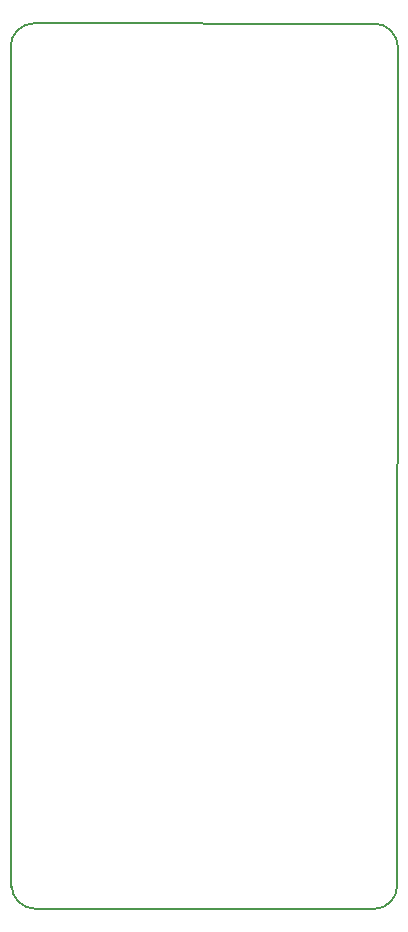
<source format=gm1>
G04 #@! TF.GenerationSoftware,KiCad,Pcbnew,(5.0.2-5-10.14)*
G04 #@! TF.CreationDate,2019-05-06T20:34:37-02:30*
G04 #@! TF.ProjectId,bmsDropIn,626d7344-726f-4704-996e-2e6b69636164,rev?*
G04 #@! TF.SameCoordinates,Original*
G04 #@! TF.FileFunction,Profile,NP*
%FSLAX46Y46*%
G04 Gerber Fmt 4.6, Leading zero omitted, Abs format (unit mm)*
G04 Created by KiCad (PCBNEW (5.0.2-5-10.14)) date Monday, May 06, 2019 at 08:34:37 pm*
%MOMM*%
%LPD*%
G01*
G04 APERTURE LIST*
%ADD10C,0.150000*%
G04 APERTURE END LIST*
D10*
X143810000Y-20500000D02*
G75*
G02X145820000Y-22510000I0J-2010000D01*
G01*
X113030000Y-22470000D02*
G75*
G02X115020000Y-20480000I1990000J0D01*
G01*
X115129998Y-95440000D02*
G75*
G02X113100000Y-93470000I-29999J1999999D01*
G01*
X145760007Y-93509491D02*
G75*
G02X143809989Y-95460737I-1980017J28753D01*
G01*
X113080000Y-93640000D02*
X113040000Y-22480000D01*
X143830000Y-95460000D02*
X115130000Y-95440000D01*
X145820000Y-22540000D02*
X145760000Y-93490000D01*
X115050000Y-20480000D02*
X143790000Y-20500000D01*
M02*

</source>
